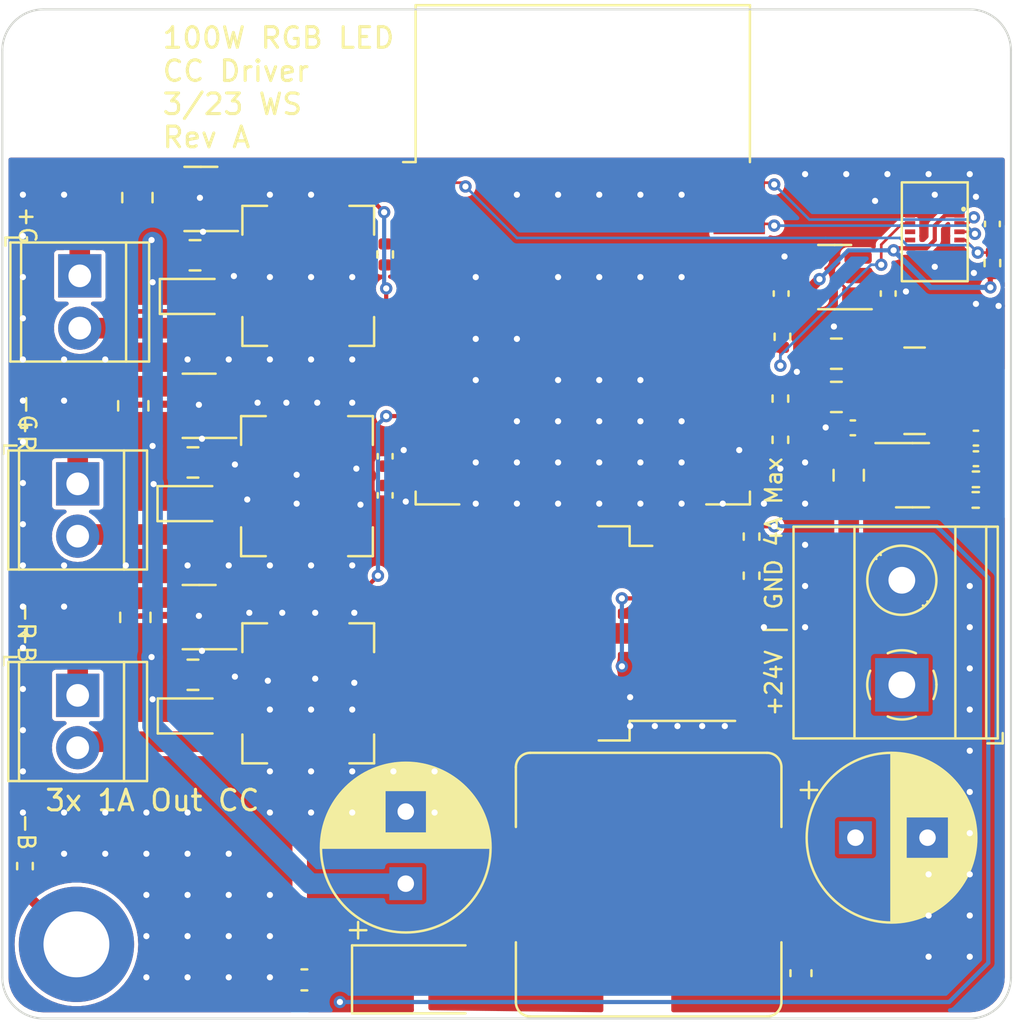
<source format=kicad_pcb>
(kicad_pcb (version 20221018) (generator pcbnew)
  (title_block (date "2023-03-06") (rev "A01"))
  (layers (0 "F.Cu" signal) (31 "B.Cu" signal) (34 "B.Paste" user) (35 "F.Paste" user) (36 "B.SilkS" user "B.Silkscreen") (37 "F.SilkS" user "F.Silkscreen") (38 "B.Mask" user) (39 "F.Mask" user) (44 "Edge.Cuts" user))
  (property "AUTHOR" "Winnie Szeto")
  (property "PROJECT_REVISION" "A01")
  (property "PROJECT_TITLE" "WS Template Project")
  (net 0 "")
  (net 1 "GND")
  (net 2 "+24V")
  (net 3 "Net-(U4-BOOT)")
  (net 4 "Net-(U4-SW)")
  (net 5 "+5V")
  (net 6 "Net-(U4-FB)")
  (net 7 "+36V")
  (net 8 "/ESP-12F/RST")
  (net 9 "+3.3V")
  (net 10 "/CCDriver_1Ch3/LED-")
  (net 11 "/CCDriver_1Ch1/LED-")
  (net 12 "/CCDriver_1Ch2/LED-")
  (net 13 "/ESP-12F/TXD0")
  (net 14 "/ESP-12F/RXD0")
  (net 17 "Net-(U1-SW)")
  (net 18 "Net-(U2-SW)")
  (net 19 "Net-(U3-SW)")
  (net 20 "/CCDriver_1Ch3/LED+")
  (net 21 "/CCDriver_1Ch1/LED+")
  (net 22 "/CCDriver_1Ch2/LED+")
  (net 23 "Net-(U5-FB)")
  (net 24 "Net-(U6-EN)")
  (net 25 "/ESP-12F/GPIO0")
  (net 26 "Net-(U6-GPIO2)")
  (net 27 "Net-(U6-GPIO15)")
  (net 28 "/36VBoost/BOOST_SW")
  (net 29 "/CCDriver_1Ch3/CTRL")
  (net 30 "/CCDriver_1Ch1/CTRL")
  (net 31 "/CCDriver_1Ch2/CTRL")
  (net 38 "Net-(H1-Pad1)")
  (footprint "Resistor_SMD:R_0402_1005Metric" (layer "F.Cu") (at 116.2 60.5 -90)
    (fp_text reference "R16" hide)
    (fp_text value "10K" hide)
  )
  (footprint "RF_Module:ESP-12E" (layer "F.Cu") (at 106.6 51.516)
    (fp_text reference "U6" hide)
    (fp_text value "ESP-12F" hide)
  )
  (footprint "Diode_SMD:D_SMA" (layer "F.Cu") (at 98.9 86.7)
    (fp_text reference "D4" hide)
    (fp_text value "SS54" hide)
  )
  (footprint "Inductor_SMD:L_Bourns_SRP1245A" (layer "F.Cu") (at 109.8 82.1 180)
    (fp_text reference "L5" hide)
    (fp_text value "47uH/5A" hide)
  )
  (footprint "Capacitor_SMD:C_0805_2012Metric" (layer "F.Cu") (at 118.92 58.420001 180)
    (fp_text reference "C8" hide)
    (fp_text value "0805,47uF,6.3V,X5R " hide)
  )
  (footprint "Capacitor_THT:CP_Radial_D8.0mm_P3.50mm" (layer "F.Cu") (at 119.847349 79.820001)
    (fp_text reference "C10" hide)
    (fp_text value "220uF/50V" hide)
  )
  (footprint "Inductor_SMD:L_Bourns-SRN6028" (layer "F.Cu") (at 93.2625 72.81 -90)
    (fp_text reference "L3" hide)
    (fp_text value "33uH/1.45A" hide)
  )
  (footprint "Capacitor_SMD:C_0805_2012Metric" (layer "F.Cu") (at 87.6625 71.91)
    (fp_text reference "C3" hide)
    (fp_text value "0805,10uF,50V,X5R " hide)
  )
  (footprint "MountingHole:MountingHole_3.2mm_M3_DIN965_Pad" (layer "F.Cu") (at 82 85)
    (fp_text reference "H1" hide)
    (fp_text value "MountingHole_Pad" hide)
  )
  (footprint "Diode_SMD:D_SOD-323" (layer "F.Cu") (at 87.55 63.6)
    (fp_text reference "D2" hide)
    (fp_text value "1N5819WS" hide)
  )
  (footprint "Inductor_SMD:L_Bourns-SRN6028" (layer "F.Cu") (at 93.2 62.75 -90)
    (fp_text reference "L2" hide)
    (fp_text value "33uH/1.45A" hide)
  )
  (footprint "Resistor_SMD:R_0402_1005Metric" (layer "F.Cu") (at 116.2 58.5 90)
    (fp_text reference "R15" hide)
    (fp_text value "10K" hide)
  )
  (footprint "Resistor_SMD:R_0402_1005Metric" (layer "F.Cu") (at 125.690001 63.420001)
    (fp_text reference "R5" hide)
    (fp_text value "0402,15k" hide)
  )
  (footprint "Capacitor_THT:CP_Radial_D8.0mm_P3.50mm" (layer "F.Cu") (at 98 82.052651 90)
    (fp_text reference "C13" hide)
    (fp_text value "220uF/50V" hide)
  )
  (footprint "Package_TO_SOT_SMD:SOT-23-6" (layer "F.Cu") (at 122.62 62.220001)
    (fp_text reference "U4" hide)
    (fp_text value "TPS54202DDC" hide)
  )
  (footprint "WS_LCSC_Connectors:YXT-BB10-10S-02" (layer "F.Cu") (at 123.7 50.4 -90)
    (fp_text reference "J1" hide)
    (fp_text value "BB10-10S-02" hide)
  )
  (footprint "Package_TO_SOT_SMD:TSOT-23-5" (layer "F.Cu") (at 87.9625 69.11 180)
    (fp_text reference "U3" hide)
    (fp_text value "AL8860WT-7" hide)
  )
  (footprint "Resistor_SMD:R_0402_1005Metric" (layer "F.Cu") (at 114.8 65.2 -90)
    (fp_text reference "R8" hide)
    (fp_text value "0402,56k" hide)
  )
  (footprint "TerminalBlock_TE-Connectivity:TerminalBlock_TE_282834-2_1x02_P2.54mm_Horizontal" (layer "F.Cu") (at 82.0625 72.91 -90)
    (fp_text reference "J4" hide)
    (fp_text value "Screw_Terminal_01x02" hide)
  )
  (footprint "Resistor_SMD:R_0402_1005Metric" (layer "F.Cu") (at 125.7 62.420001 180)
    (fp_text reference "R4" hide)
    (fp_text value "0402,100k" hide)
  )
  (footprint "TerminalBlock_Phoenix:TerminalBlock_Phoenix_MKDS-1,5-2-5.08_1x02_P5.08mm_Horizontal" (layer "F.Cu") (at 122.1 72.4 90)
    (fp_text reference "J2" hide)
    (fp_text value "Screw_Terminal_01x02" hide)
  )
  (footprint "Capacitor_SMD:C_0805_2012Metric" (layer "F.Cu") (at 87.6625 61.6)
    (fp_text reference "C2" hide)
    (fp_text value "0805,10uF,50V,X5R " hide)
  )
  (footprint "Capacitor_SMD:C_0805_2012Metric" (layer "F.Cu") (at 87.7625 51.54)
    (fp_text reference "C1" hide)
    (fp_text value "0805,10uF,50V,X5R " hide)
  )
  (footprint "Inductor_SMD:L_Wuerth_MAPI-4030" (layer "F.Cu") (at 122.720001 58.120001 180)
    (fp_text reference "L4" hide)
    (fp_text value "4.7uH/2A" hide)
  )
  (footprint "Capacitor_SMD:C_0402_1005Metric" (layer "F.Cu") (at 125.7 60.420001)
    (fp_text reference "C5" hide)
    (fp_text value "0402,100nF,16V,X7R " hide)
  )
  (footprint "Resistor_SMD:R_0402_1005Metric" (layer "F.Cu") (at 79.5 81.2 90)
    (fp_text reference "R6" hide)
    (fp_text value "0402,0" hide)
  )
  (footprint "Capacitor_SMD:C_0402_1005Metric" (layer "F.Cu") (at 126.5 50.02 90)
    (fp_text reference "C14" hide)
    (fp_text value "100nF" hide)
  )
  (footprint "Resistor_SMD:R_0402_1005Metric" (layer "F.Cu") (at 114.8 67.1 -90)
    (fp_text reference "R9" hide)
    (fp_text value "0402,2k" hide)
  )
  (footprint "Package_TO_SOT_SMD:SOT-23-5" (layer "F.Cu") (at 118.8375 52.6 180)
    (fp_text reference "U7" hide)
    (fp_text value "XC6210B332MR" hide)
  )
  (footprint "Capacitor_SMD:C_0603_1608Metric" (layer "F.Cu") (at 93.075 86.725 180)
    (fp_text reference "C12" hide)
    (fp_text value "0603,100nF,50V,X7R " hide)
  )
  (footprint "Capacitor_SMD:C_0402_1005Metric" (layer "F.Cu") (at 97 63.2 -90)
    (fp_text reference "C17" hide)
    (fp_text value "10nF" hide)
  )
  (footprint "Resistor_SMD:R_0805_2012Metric" (layer "F.Cu") (at 84.7625 58.85 -90)
    (fp_text reference "R2" hide)
    (fp_text value "0.1R/0.25W" hide)
  )
  (footprint "Capacitor_SMD:C_0805_2012Metric" (layer "F.Cu") (at 118.92 56.320001 180)
    (fp_text reference "C7" hide)
    (fp_text value "0805,47uF,6.3V,X5R " hide)
  )
  (footprint "Resistor_SMD:R_0402_1005Metric" (layer "F.Cu") (at 97 51.5 90)
    (fp_text reference "R13" hide)
    (fp_text value "10K" hide)
  )
  (footprint "TerminalBlock_TE-Connectivity:TerminalBlock_TE_282834-2_1x02_P2.54mm_Horizontal" (layer "F.Cu") (at 82.0625 62.64 -90)
    (fp_text reference "J3" hide)
    (fp_text value "Screw_Terminal_01x02" hide)
  )
  (footprint "MountingHole:MountingHole_3.2mm_M3" (layer "F.Cu") (at 82 43.2)
    (fp_text reference "H2" hide)
    (fp_text value "MountingHole" hide)
  )
  (footprint "Resistor_SMD:R_0402_1005Metric" (layer "F.Cu") (at 116.3 55.5 -90)
    (fp_text reference "R14" hide)
    (fp_text value "10K" hide)
  )
  (footprint "Resistor_SMD:R_0805_2012Metric" (layer "F.Cu") (at 84.8625 69.1225 -90)
    (fp_text reference "R3" hide)
    (fp_text value "0.1R/0.25W" hide)
  )
  (footprint "Diode_SMD:D_SOD-323" (layer "F.Cu") (at 87.5625 73.91)
    (fp_text reference "D3" hide)
    (fp_text value "1N5819WS" hide)
  )
  (footprint "Inductor_SMD:L_Bourns-SRN6028" (layer "F.Cu") (at 93.2625 52.54 -90)
    (fp_text reference "L1" hide)
    (fp_text value "33uH/1.45A" hide)
  )
  (footprint "Package_TO_SOT_SMD:TO-263-5_TabPin3" (layer "F.Cu") (at 104.05 69.9 180)
    (fp_text reference "U5" hide)
    (fp_text value "XL6019" hide)
  )
  (footprint "Package_TO_SOT_SMD:TSOT-23-5" (layer "F.Cu") (at 88.0475 48.805 180)
    (fp_text reference "U1" hide)
    (fp_text value "AL8860WT-7" hide)
  )
  (footprint "TerminalBlock_TE-Connectivity:TerminalBlock_TE_282834-2_1x02_P2.54mm_Horizontal" (layer "F.Cu") (at 82.1625 52.54 -90)
    (fp_text reference "J5" hide)
    (fp_text value "Screw_Terminal_01x02" hide)
  )
  (footprint "Capacitor_SMD:C_0402_1005Metric" (layer "F.Cu") (at 119.72 59.920001 180)
    (fp_text reference "C9" hide)
    (fp_text value "0402,330pF,50V,C0G " hide)
  )
  (footprint "Capacitor_SMD:C_0603_1608Metric" (layer "F.Cu") (at 117.2 86.4 -90)
    (fp_text reference "C11" hide)
    (fp_text value "0603,100nF,50V,X7R " hide)
  )
  (footprint "Capacitor_SMD:C_0402_1005Metric" (layer "F.Cu") (at 125.7 61.420001 180)
    (fp_text reference "C6" hide)
    (fp_text value "0402,100pF,50V,C0G " hide)
  )
  (footprint "Capacitor_SMD:C_0402_1005Metric" (layer "F.Cu") (at 121.4375 53.4 90)
    (fp_text reference "C15" hide)
    (fp_text value "10uF" hide)
  )
  (footprint "Capacitor_SMD:C_0402_1005Metric" (layer "F.Cu") (at 97 61.3 90)
    (fp_text reference "C18" hide)
    (fp_text value "100nF" hide)
  )
  (footprint "Package_TO_SOT_SMD:TSOT-23-5" (layer "F.Cu") (at 87.9625 58.85 180)
    (fp_text reference "U2" hide)
    (fp_text value "AL8860WT-7" hide)
  )
  (footprint "Capacitor_SMD:C_0402_1005Metric" (layer "F.Cu") (at 116.2375 53.4 90)
    (fp_text reference "C16" hide)
    (fp_text value "10uF" hide)
  )
  (footprint "Capacitor_SMD:C_0805_2012Metric" (layer "F.Cu") (at 119.52 62.220001 90)
    (fp_text reference "C4" hide)
    (fp_text value "0805,10uF,50V,X5R " hide)
  )
  (footprint "Resistor_SMD:R_0402_1005Metric" (layer "F.Cu") (at 126.5 51.92 -90)
    (fp_text reference "R12" hide)
    (fp_text value "10K" hide)
  )
  (footprint "Resistor_SMD:R_0805_2012Metric" (layer "F.Cu") (at 84.9625 48.74 -90)
    (fp_text reference "R1" hide)
    (fp_text value "0.1R/0.25W" hide)
  )
  (footprint "MountingHole:MountingHole_3.2mm_M3" (layer "F.Cu") (at 123.8 43.2)
    (fp_text reference "H3" hide)
    (fp_text value "MountingHole" hide)
  )
  (footprint "Diode_SMD:D_SOD-323" (layer "F.Cu") (at 87.6625 53.54)
    (fp_text reference "D1" hide)
    (fp_text value "1N5819WS" hide)
  )
  (gr_line (start 127.4 86.6) (end 127.4 41.6) (stroke (width 0.1)) (layer "Edge.Cuts"))
  (gr_arc (start 78.4 41.6) (mid 78.985786 40.185786) (end 80.4 39.6) (stroke (width 0.1)) (layer "Edge.Cuts"))
  (gr_line (start 125.4 39.6) (end 80.4 39.6) (stroke (width 0.1)) (layer "Edge.Cuts"))
  (gr_arc (start 127.4 86.6) (mid 126.814213 88.014215) (end 125.399998 88.600001) (stroke (width 0.1)) (layer "Edge.Cuts"))
  (gr_arc (start 80.4 88.6) (mid 78.985786 88.014214) (end 78.4 86.6) (stroke (width 0.1)) (layer "Edge.Cuts"))
  (gr_arc (start 125.4 39.6) (mid 126.814214 40.185786) (end 127.4 41.6) (stroke (width 0.1)) (layer "Edge.Cuts"))
  (gr_line (start 80.4 88.6) (end 125.4 88.6) (stroke (width 0.1)) (layer "Edge.Cuts"))
  (gr_line (start 78.4 41.6) (end 78.4 86.6) (stroke (width 0.1)) (layer "Edge.Cuts"))
  (gr_text "100W RGB LED \nCC Driver\n3/23 WS\nRev A\n" (at 86.1 46.4) (layer "F.SilkS") (effects (font (size 1 1)) (justify left bottom)))
  (gr_text "+G            -G" (at 79.15 49.1 270) (layer "F.SilkS") (effects (font (size 0.8 0.8) (thickness 0.12)) (justify left bottom)))
  (gr_text "+24V | GND 4A Max" (at 116.35 74 90) (layer "F.SilkS") (effects (font (size 0.8 0.8) (thickness 0.12)) (justify left bottom)))
  (gr_text "+R            -R" (at 79.1 59.2 270) (layer "F.SilkS") (effects (font (size 0.8 0.8) (thickness 0.12)) (justify left bottom)))
  (gr_text "+B            -B" (at 79.1 69.45 270) (layer "F.SilkS") (effects (font (size 0.8 0.8) (thickness 0.12)) (justify left bottom)))
  (gr_text "3x 1A Out CC" (at 80.4 78.6) (layer "F.SilkS") (effects (font (size 1 1)) (justify left bottom)))
  (segment (start 126.904001 57.445497) (end 122.758504 53.3) (width 0.127) (layer "F.Cu") (net 1))
  (segment (start 126.200001 63.420001) (end 126.904001 62.716001) (width 0.127) (layer "F.Cu") (net 1))
  (segment (start 122.758504 53.3) (end 122.3 53.3) (width 0.127) (layer "F.Cu") (net 1))
  (segment (start 126.904001 62.716001) (end 126.904001 57.445497) (width 0.127) (layer "F.Cu") (net 1))
  (via (at 125.4 83.6) (size 0.6) (drill 0.3) (layers "F.Cu" "B.Cu") (net 1))
  (via (at 85.4 78.6) (size 0.6) (drill 0.3) (layers "F.Cu" "B.Cu") (net 1))
  (via (at 93.4 52.6) (size 0.6) (drill 0.3) (layers "F.Cu" "B.Cu") (net 1))
  (via (at 83.4 80.6) (size 0.6) (drill 0.3) (layers "F.Cu" "B.Cu") (net 1))
  (via (at 126.8 54) (size 0.6) (drill 0.3) (layers "F.Cu" "B.Cu") (net 1))
  (via (at 117.4 65.6) (size 0.6) (drill 0.3) (layers "F.Cu" "B.Cu") (net 1))
  (via (at 79.4 54.6) (size 0.6) (drill 0.3) (layers "F.Cu" "B.Cu") (net 1))
  (via (at 109.4 48.6) (size 0.6) (drill 0.3) (layers "F.Cu" "B.Cu") (net 1))
  (via (at 87.4 56.6) (size 0.6) (drill 0.3) (layers "F.Cu" "B.Cu") (net 1))
  (via (at 87.4 84.6) (size 0.6) (drill 0.3) (layers "F.Cu" "B.Cu") (net 1))
  (via (at 123.4 47.6) (size 0.6) (drill 0.3) (layers "F.Cu" "B.Cu") (net 1))
  (via (at 109.4 57.6) (size 0.6) (drill 0.3) (layers "F.Cu" "B.Cu") (net 1))
  (via (at 95.4 76.6) (size 0.6) (drill 0.3) (layers "F.Cu" "B.Cu") (net 1))
  (via (at 103.4 59.6) (size 0.6) (drill 0.3) (layers "F.Cu" "B.Cu") (net 1))
  (via (at 125.4 77.6) (size 0.6) (drill 0.3) (layers "F.Cu" "B.Cu") (net 1))
  (via (at 115.4 63.6) (size 0.6) (drill 0.3) (layers "F.Cu" "B.Cu") (net 1))
  (via (at 125.7 53.9) (size 0.6) (drill 0.3) (layers "F.Cu" "B.Cu") (net 1))
  (via (at 125.4 67.6) (size 0.6) (drill 0.3) (layers "F.Cu" "B.Cu") (net 1))
  (via (at 125.4 73.6) (size 0.6) (drill 0.3) (layers "F.Cu" "B.Cu") (net 1))
  (via (at 92.7 62.2) (size 0.6) (drill 0.3) (layers "F.Cu" "B.Cu") (net 1))
  (via (at 118.8 55) (size 0.6) (drill 0.3) (layers "F.Cu" "B.Cu") (net 1))
  (via (at 91.4 84.6) (size 0.6) (drill 0.3) (layers "F.Cu" "B.Cu") (net 1))
  (via (at 107.4 48.6) (size 0.6) (drill 0.3) (layers "F.Cu" "B.Cu") (net 1))
  (via (at 103.4 61.6) (size 0.6) (drill 0.3) (layers "F.Cu" "B.Cu") (net 1))
  (via (at 87.4 66.6) (size 0.6) (drill 0.3) (layers "F.Cu" "B.Cu") (net 1))
  (via (at 85.4 82.6) (size 0.6) (drill 0.3) (layers "F.Cu" "B.Cu") (net 1))
  (via (at 111.4 59.6) (size 0.6) (drill 0.3) (layers "F.Cu" "B.Cu") (net 1))
  (via (at 109.4 59.6) (size 0.6) (drill 0.3) (layers "F.Cu" "B.Cu") (net 1))
  (via (at 115.4 69.6) (size 0.6) (drill 0.3) (layers "F.Cu" "B.Cu") (net 1))
  (via (at 89.4 84.6) (size 0.6) (drill 0.3) (layers "F.Cu" "B.Cu") (net 1))
  (via (at 123.4 81.6) (size 0.6) (drill 0.3) (layers "F.Cu" "B.Cu") (net 1))
  (via (at 81.4 66.6) (size 0.6) (drill 0.3) (layers "F.Cu" "B.Cu") (net 1))
  (via (at 97.9 61) (size 0.6) (drill 0.3) (layers "F.Cu" "B.Cu") (net 1))
  (via (at 105.4 63.6) (size 0.6) (drill 0.3) (layers "F.Cu" "B.Cu") (net 1))
  (via (at 89.4 80.6) (size 0.6) (drill 0.3) (layers "F.Cu" "B.Cu") (net 1))
  (via (at 109.4 61.6) (size 0.6) (drill 0.3) (layers "F.Cu" "B.Cu") (net 1))
  (via (at 81.4 48.6) (size 0.6) (drill 0.3) (layers "F.Cu" "B.Cu") (net 1))
  (via (at 95.6 61.9) (size 0.6) (drill 0.3) (layers "F.Cu" "B.Cu") (net 1))
  (via (at 105.4 52.6) (size 0.6) (drill 0.3) (layers "F.Cu" "B.Cu") (net 1))
  (via (at 87.4 82.6) (size 0.6) (drill 0.3) (layers "F.Cu" "B.Cu") (net 1))
  (via (at 79.4 78.6) (size 0.6) (drill 0.3) (layers "F.Cu" "B.Cu") (net 1))
  (via (at 101.4 61.6) (size 0.6) (drill 0.3) (layers "F.Cu" "B.Cu") (net 1))
  (via (at 117 57.2) (size 0.6) (drill 0.3) (layers "F.Cu" "B.Cu") (net 1))
  (via (at 79.4 76.6) (size 0.6) (drill 0.3) (layers "F.Cu" "B.Cu") (net 1))
  (via (at 114.2 61) (size 0.6) (drill 0.3) (layers "F.Cu" "B.Cu") (net 1))
  (via (at 122.3 53.3) (size 0.6) (drill 0.3) (layers "F.Cu" "B.Cu") (net 1))
  (via (at 107.4 59.6) (size 0.6) (drill 0.3) (layers "F.Cu" "B.Cu") (net 1))
  (via (at 125.4 71.6) (size 0.6) (drill 0.3) (layers "F.Cu" "B.Cu") (net 1))
  (via (at 89.7 72) (size 0.6) (drill 0.3) (layers "F.Cu" "B.Cu") (net 1))
  (via (at 79.4 52.6) (size 0.6) (drill 0.3) (layers "F.Cu" "B.Cu") (net 1))
  (via (at 116.2 61.9) (size 0.6) (drill 0.3) (layers "F.Cu" "B.Cu") (net 1))
  (via (at 90.8 58.7) (size 0.6) (drill 0.3) (layers "F.Cu" "B.Cu") (net 1))
  (via (at 87.95 58.8) (size 0.6) (drill 0.3) (layers "F.Cu" "B.Cu") (net 1))
  (via (at 87.95 69.05) (size 0.6) (drill 0.3) (layers "F.Cu" "B.Cu") (net 1))
  (via (at 110.1 74.4) (size 0.6) (drill 0.3) (layers "F.Cu" "B.Cu") (net 1))
  (via (at 105.4 61.6) (size 0.6) (drill 0.3) (layers "F.Cu" "B.Cu") (net 1))
  (via (at 79.4 60.6) (size 0.6) (drill 0.3) (layers "F.Cu" "B.Cu") (net 1))
  (via (at 93.4 48.6) (size 0.6) (drill 0.3) (layers "F.Cu" "B.Cu") (net 1))
  (via (at 123.4 83.6) (size 0.6) (drill 0.3) (layers "F.Cu" "B.Cu") (net 1))
  (via (at 81.4 80.6) (size 0.6) (drill 0.3) (layers "F.Cu" "B.Cu") (net 1))
  (via (at 93.4 66.6) (size 0.6) (drill 0.3) (layers "F.Cu" "B.Cu") (net 1))
  (via (at 91.4 52.6) (size 0.6) (drill 0.3) (layers "F.Cu" "B.Cu") (net 1))
  (via (at 108.9 74.4) (size 0.6) (drill 0.3) (layers "F.Cu" "B.Cu") (net 1))
  (via (at 90.3 63.4) (size 0.6) (drill 0.3) (layers "F.Cu" "B.Cu") (net 1))
  (via (at 79.4 56.6) (size 0.6) (drill 0.3) (layers "F.Cu" "B.Cu") (net 1))
  (via (at 113.4 63.6) (size 0.6) (drill 0.3) (layers "F.Cu" "B.Cu") (net 1))
  (via (at 99.4 78.6) (size 0.6) (drill 0.3) (layers "F.Cu" "B.Cu") (net 1))
  (via (at 111.4 61.6) (size 0.6) (drill 0.3) (layers "F.Cu" "B.Cu") (net 1))
  (via (at 79.4 68.6) (size 0.6) (drill 0.3) (layers "F.Cu" "B.Cu") (net 1))
  (via (at 125.4 79.6) (size 0.6) (drill 0.3) (layers "F.Cu" "B.Cu") (net 1))
  (via (at 91.4 66.6) (size 0.6) (drill 0.3) (layers "F.Cu" "B.Cu") (net 1))
  (via (at 91.3 72.2) (size 0.6) (drill 0.3) (layers "F.Cu" "B.Cu") (net 1))
  (via (at 107.4 57.6) (size 0.6) (drill 0.3) (layers "F.Cu" "B.Cu") (net 1))
  (via (at 87.4 78.6) (size 0.6) (drill 0.3) (layers "F.Cu" "B.Cu") (net 1))
  (via (at 95.4 78.6) (size 0.6) (drill 0.3) (layers "F.Cu" "B.Cu") (net 1))
  (via (at 125.4 69.6) (size 0.6) (drill 0.3) (layers "F.Cu" "B.Cu") (net 1))
  (via (at 95.8 63.65) (size 0.6) (drill 0.3) (layers "F.Cu" "B.Cu") (net 1))
  (via (at 112.4 74.4) (size 0.6) (drill 0.3) (layers "F.Cu" "B.Cu") (net 1))
  (via (at 79.4 58.6) (size 0.6) (drill 0.3) (layers "F.Cu" "B.Cu") (net 1))
  (via (at 120.8 48.9) (size 0.6) (drill 0.3) (layers "F.Cu" "B.Cu") (net 1))
  (via (at 79.4 70.6) (size 0.6) (drill 0.3) (layers "F.Cu" "B.Cu") (net 1))
  (via (at 91.4 86.6) (size 0.6) (drill 0.3) (layers "F.Cu" "B.Cu") (net 1))
  (via (at 95.5 68.9) (size 0.6) (drill 0.3) (layers "F.Cu" "B.Cu") (net 1))
  (via (at 79.4 62.6) (size 0.6) (drill 0.3) (layers "F.Cu" "B.Cu") (net 1))
  (via (at 83.4 78.6) (size 0.6) (drill 0.3) (layers "F.Cu" "B.Cu") (net 1))
  (via (at 107.4 61.6) (size 0.6) (drill 0.3) (layers "F.Cu" "B.Cu") (net 1))
  (via (at 89.65 52.55) (size 0.6) (drill 0.3) (layers "F.Cu" "B.Cu") (net 1))
  (via (at 89.4 56.6) (size 0.6) (drill 0.3) (layers "F.Cu" "B.Cu") (net 1))
  (via (at 109.4 63.6) (size 0.6) (drill 0.3) (layers "F.Cu" "B.Cu") (net 1))
  (via (at 79.4 64.6) (size 0.6) (drill 0.3) (layers "F.Cu" "B.Cu") (net 1))
  (via (at 79.4 48.6) (size 0.6) (drill 0.3) (layers "F.Cu" "B.Cu") (net 1))
  (via (at 98 63.5) (size 0.6) (drill 0.3) (layers "F.Cu" "B.Cu") (net 1))
  (via (at 111.4 52.6) (size 0.6) (drill 0.3) (layers "F.Cu" "B.Cu") (net 1))
  (via (at 101.4 63.6) (size 0.6) (drill 0.3) (layers "F.Cu" "B.Cu") (net 1))
  (via (at 93.6 72.1) (size 0.6) (drill 0.3) (layers "F.Cu" "B.Cu") (net 1))
  (via (at 125.6 52.4) (size 0.6) (drill 0.3) (layers "F.Cu" "B.Cu") (net 1))
  (via (at 109.4 52.6) (size 0.6) (drill 0.3) (layers "F.Cu" "B.Cu") (net 1))
  (via (at 103.4 48.6) (size 0.6) (drill 0.3) (layers "F.Cu" "B.Cu") (net 1))
  (via (at 117.4 63.6) (size 0.6) (drill 0.3) (layers "F.Cu" "B.Cu") (net 1))
  (via (at 93.7 58.7) (size 0.6) (drill 0.3) (layers "F.Cu" "B.Cu") (net 1))
  (via (at 105.4 48.6) (size 0.6) (drill 0.3) (layers "F.Cu" "B.Cu") (net 1))
  (via (at 117.4 67.6) (size 0.6) (drill 0.3) (layers "F.Cu" "B.Cu") (net 1))
  (via (at 81.4 58.6) (size 0.6) (drill 0.3) (layers "F.Cu" "B.Cu") (net 1))
  (via (at 91.4 82.6) (size 0.6) (drill 0.3) (layers "F.Cu" "B.Cu") (net 1))
  (via (at 88.15 50.4) (size 0.6) (drill 0.3) (layers "F.Cu" "B.Cu") (net 1))
  (via (at 117.4 69.6) (size 0.6) (drill 0.3) (layers "F.Cu" "B.Cu") (net 1))
  (via (at 91.4 76.6) (size 0.6) (drill 0.3) (layers "F.Cu" "B.Cu") (net 1))
  (via (at 92 68.9) (size 0.6) (drill 0.3) (layers "F.Cu" "B.Cu") (net 1))
  (via (at 81.4 78.6) (size 0.6) (drill 0.3) (layers "F.Cu" "B.Cu") (net 1))
  (via (at 107.4 52.6) (size 0.6) (drill 0.3) (layers "F.Cu" "B.Cu") (net 1))
  (via (at 91.4 56.6) (size 0.6) (drill 0.3) (layers "F.Cu" "B.Cu") (net 1))
  (via (at 93.4 78.6) (size 0.6) (drill 0.3) (layers "F.Cu" "B.Cu") (net 1))
  (via (at 89.4 82.6) (size 0.6) (drill 0.3) (layers "F.Cu" "B.Cu") (net 1))
  (via (at 125.4 75.6) (size 0.6) (drill 0.3) (layers "F.Cu" "B.Cu") (net 1))
  (via (at 89.4 86.6) (size 0.6) (drill 0.3) (layers "F.Cu" "B.Cu") (net 1))
  (via (at 125.4 81.6) (size 0.6) (drill 0.3) (layers "F.Cu" "B.Cu") (net 1))
  (via (at 91.4 48.6) (size 0.6) (drill 0.3) (layers "F.Cu" "B.Cu") (net 1))
  (via (at 79.4 74.6) (size 0.6) (drill 0.3) (layers "F.Cu" "B.Cu") (net 1))
  (via (at 103.4 63.6) (size 0.6) (drill 0.3) (layers "F.Cu" "B.Cu") (net 1))
  (via (at 111.4 48.6) (size 0.6) (drill 0.3) (layers "F.Cu" "B.Cu") (net 1))
  (via (at 79.4 66.6) (size 0.6) (drill 0.3) (layers "F.Cu" "B.Cu") (net 1))
  (via (at 123.7 52.1) (size 0.6) (drill 0.3) (layers "F.Cu" "B.Cu") (net 1))
  (via (at 117.4 47.6) (size 0.6) (drill 0.3) (layers "F.Cu" "B.Cu") (net 1))
  (via (at 79.4 72.6) (size 0.6) (drill 0.3) (layers "F.Cu" "B.Cu") (net 1))
  (via (at 81.4 68.6) (size 0.6) (drill 0.3) (layers "F.Cu" "B.Cu") (net 1))
  (via (at 118.4 59.9) (size 0.6) (drill 0.3) (layers "F.Cu" "B.Cu") (net 1))
  (via (at 95.4 73.6) (size 0.6) (drill 0.3) (layers "F.Cu" "B.Cu") (net 1))
  (via (at 101.4 52.6) (size 0.6) (drill 0.3) (layers "F.Cu" "B.Cu") (net 1))
  (via (at 125.7 48.7) (size 0.6) (drill 0.3) (layers "F.Cu" "B.Cu") (net 1))
  (via (at 119.4 47.6) (size 0.6) (drill 0.3) (layers "F.Cu" "B.Cu") (net 1))
  (via (at 107.4 63.6) (size 0.6) (drill 0.3) (layers "F.Cu" "B.Cu") (net 1))
  (via (at 95.4 58.7) (size 0.6) (drill 0.3) (layers "F.Cu" "B.Cu") (net 1))
  (via (at 93.4 56.6) (size 0.6) (drill 0.3) (layers "F.Cu" "B.Cu") (net 1))
  (via (at 89.4 66.6) (size 0.6) (drill 0.3) (layers "F.Cu" "B.Cu") (net 1))
  (via (at 125.4 85.6) (size 0.6) (drill 0.3) (layers "F.Cu" "B.Cu") (net 1))
  (via (at 93.4 76.6) (size 0.6) (drill 0.3) (layers "F.Cu" "B.Cu") (net 1))
  (via (at 97.4 76.6) (size 0.6) (drill 0.3) (layers "F.Cu" "B.Cu") (net 1))
  (via (at 99.4 76.6) (size 0.6) (drill 0.3) (layers "F.Cu" "B.Cu") (net 1))
  (via (at 91.4 73.6) (size 0.6) (drill 0.3) (layers "F.Cu" "B.Cu") (net 1))
  (via (at 81.4 56.6) (size 0.6) (drill 0.3) (layers "F.Cu" "B.Cu") (net 1))
  (via (at 85.4 84.6) (size 0.6) (drill 0.3) (layers "F.Cu" "B.Cu") (net 1))
  (via (at 84.4 66.6) (size 0.6) (drill 0.3) (layers "F.Cu" "B.Cu") (net 1))
  (via (at 93.6 68.9) (size 0.6) (drill 0.3) (layers "F.Cu" "B.Cu") (net 1))
  (via (at 117.4 61.6) (size 0.6) (drill 0.3) (layers "F.Cu" "B.Cu") (net 1))
  (via (at 91.4 78.6) (size 0.6) (drill 0.3) (layers "F.Cu" "B.Cu") (net 1))
  (via (at 89.7 61.7) (size 0.6) (drill 0.3) (layers "F.Cu" "B.Cu") (net 1))
  (via (at 111.2 74.4) (size 0.6) (drill 0.3) (layers "F.Cu" "B.Cu") (net 1))
  (via (at 85.4 80.6) (size 0.6) (drill 0.3) (layers "F.Cu" "B.Cu") (net 1))
  (via (at 113.5 74.4) (size 0.6) (drill 0.3) (layers "F.Cu" "B.Cu") (net 1))
  (via (at 92.7 63.6) (size 0.6) (drill 0.3) (layers "F.Cu" "B.Cu") (net 1))
  (via (at 105.4 59.6) (size 0.6) (drill 0.3) (layers "F.Cu" "B.Cu") (net 1))
  (via (at 87.4 86.6) (size 0.6) (drill 0.3) (layers "F.Cu" "B.Cu") (net 1))
  (via (at 123.7 48.6) (size 0.6) (drill 0.3) (layers "F.Cu" "B.Cu") (net 1))
  (via (at 101.4 55.6) (size 0.6) (drill 0.3) (layers "F.Cu" "B.Cu") (net 1))
  (via (at 125.4 47.6) (size 0.6) (drill 0.3) (layers "F.Cu" "B.Cu") (net 1))
  (via (at 87.4 80.6) (size 0.6) (drill 0.3) (layers "F.Cu" "B.Cu") (net 1))
  (via (at 95.4 56.6) (size 0.6) (drill 0.3) (layers "F.Cu" "B.Cu") (net 1))
  (via (at 105.4 57.6) (size 0.6) (drill 0.3) (layers "F.Cu" "B.Cu") (net 1))
  (via (at 90.4 68.9) (size 0.6) (drill 0.3) (layers "F.Cu" "B.Cu") (net 1))
  (via (at 101.4 57.6) (size 0.6) (drill 0.3) (layers "F.Cu" "B.Cu") (net 1))
  (via (at 121.4 47.6) (size 0.6) (drill 0.3) (layers "F.Cu" "B.Cu") (net 1))
  (via (at 88.1 60.45) (size 0.6) (drill 0.3) (layers "F.Cu" "B.Cu") (net 1))
  (via (at 108.9 73) (size 0.6) (drill 0.3) (layers "F.Cu" "B.Cu") (net 1))
  (via (at 79.4 50.6) (size 0.6) (drill 0.3) (layers "F.Cu" "B.Cu") (net 1))
  (via (at 116.4 51.6) (size 0.6) (drill 0.3) (layers "F.Cu" "B.Cu") (net 1))
  (via (at 123.4 85.6) (size 0.6) (drill 0.3) (layers "F.Cu" "B.Cu") (net 1))
  (via (at 92.2 58.7) (size 0.6) (drill 0.3) (layers "F.Cu" "B.Cu") (net 1))
  (via (at 83.4 56.6) (size 0.6) (drill 0.3) (layers "F.Cu" "B.Cu") (net 1))
  (via (at 93.4 73.6) (size 0.6) (drill 0.3) (layers "F.Cu" "B.Cu") (net 1))
  (via (at 111.4 63.6) (size 0.6) (drill 0.3) (layers "F.Cu" "B.Cu") (net 1))
  (via (at 88.1 70.75) (size 0.6) (drill 0.3) (layers "F.Cu" "B.Cu") (net 1))
  (via (at 103.4 55.6) (size 0.6) (drill 0.3) (layers "F.Cu" "B.Cu") (net 1))
  (via (at 88 48.75) (size 0.6) (drill 0.3) (layers "F.Cu" "B.Cu") (net 1))
  (via (at 95.4 66.6) (size 0.6) (drill 0.3) (layers "F.Cu" "B.Cu") (net 1))
  (via (at 95.4 52.6) (size 0.6) (drill 0.3) (layers "F.Cu" "B.Cu") (net 1))
  (via (at 95.5 72.3) (size 0.6) (drill 0.3) (layers "F.Cu" "B.Cu") (net 1))
  (via (at 85.4 86.6) (size 0.6) (drill 0.3) (layers "F.Cu" "B.Cu") (net 1))
  (segment (start 111.7 68.2) (end 108.5 68.2) (width 0.2032) (layer "F.Cu") (net 2))
  (segment (start 122.1 72.4) (end 119.52 69.82) (width 1) (layer "F.Cu") (net 2))
  (segment (start 119.52 69.82) (end 119.52 63.170001) (width 1) (layer "F.Cu") (net 2))
  (segment (start 121.4825 63.170001) (end 119.52 63.170001) (width 0.5) (layer "F.Cu") (net 2))
  (via (at 108.5 68.2) (size 0.6) (drill 0.3) (layers "F.Cu" "B.Cu") (net 2))
  (via (at 108.5 71.5) (size 0.6) (drill 0.3) (layers "F.Cu" "B.Cu") (net 2))
  (segment (start 108.5 68.2) (end 108.5 71.5) (width 0.2032) (layer "B.Cu") (net 2))
  (segment (start 125.22 60.420001) (end 124.6075 60.420001) (width 0.2032) (layer "F.Cu") (net 3))
  (segment (start 124.6075 60.420001) (end 123.7575 61.270001) (width 0.2032) (layer "F.Cu") (net 3))
  (segment (start 126.18 60.395) (end 123.905001 58.120001) (width 0.2032) (layer "F.Cu") (net 4))
  (segment (start 122.179999 62.220001) (end 122.718 61.682) (width 0.5) (layer "F.Cu") (net 4))
  (segment (start 126.18 60.420001) (end 126.18 60.395) (width 0.2032) (layer "F.Cu") (net 4))
  (segment (start 122.718 61.682) (end 122.718 59.307002) (width 0.5) (layer "F.Cu") (net 4))
  (segment (start 122.718 59.307002) (end 123.905001 58.120001) (width 0.5) (layer "F.Cu") (net 4))
  (segment (start 121.4825 62.220001) (end 122.179999 62.220001) (width 0.5) (layer "F.Cu") (net 4))
  (segment (start 119.122 52.89104) (end 119.78096 53.55) (width 0.127) (layer "F.Cu") (net 5))
  (segment (start 119.122 52.30896) (end 119.122 52.89104) (width 0.127) (layer "F.Cu") (net 5))
  (segment (start 119.975 51.65) (end 119.78096 51.65) (width 0.127) (layer "F.Cu") (net 5))
  (segment (start 126.6505 60.949501) (end 126.6505 57.5505) (width 0.127) (layer "F.Cu") (net 5))
  (segment (start 121.4375 53.88) (end 120.305 53.88) (width 0.5) (layer "F.Cu") (net 5))
  (segment (start 126.18 61.420001) (end 126.6505 60.949501) (width 0.127) (layer "F.Cu") (net 5))
  (segment (start 122.98 53.88) (end 121.4375 53.88) (width 0.127) (layer "F.Cu") (net 5))
  (segment (start 126.21 62.420001) (end 126.21 61.450001) (width 0.127) (layer "F.Cu") (net 5))
  (segment (start 119.78096 53.55) (end 119.975 53.55) (width 0.127) (layer "F.Cu") (net 5))
  (segment (start 119.78096 51.65) (end 119.122 52.30896) (width 0.127) (layer "F.Cu") (net 5))
  (segment (start 120.305 53.88) (end 119.975 53.55) (width 0.5) (layer "F.Cu") (net 5))
  (segment (start 119.77 55.5475) (end 121.4375 53.88) (width 0.5) (layer "F.Cu") (net 5))
  (segment (start 126.6505 57.5505) (end 122.98 53.88) (width 0.127) (layer "F.Cu") (net 5))
  (segment (start 119.87 56.320001) (end 119.87 55.5475) (width 0.5) (layer "F.Cu") (net 5))
  (segment (start 126.21 61.450001) (end 126.18 61.420001) (width 0.127) (layer "F.Cu") (net 5))
  (segment (start 123.7575 63.170001) (end 124.930001 63.170001) (width 0.127) (layer "F.Cu") (net 6))
  (segment (start 124.930001 63.170001) (end 125.180001 63.420001) (width 0.127) (layer "F.Cu") (net 6))
  (segment (start 125.22 63.380002) (end 125.22 61.420001) (width 0.127) (layer "F.Cu") (net 6))
  (segment (start 125.180001 63.420001) (end 125.22 63.380002) (width 0.127) (layer "F.Cu") (net 6))
  (segment (start 114.81 64.7) (end 115.9 64.7) (width 0.2032) (layer "F.Cu") (net 7))
  (segment (start 114.8 64.69) (end 114.81 64.7) (width 0.2032) (layer "F.Cu") (net 7))
  (via (at 85.7 60.8) (size 0.6) (drill 0.3) (layers "F.Cu" "B.Cu") (net 7))
  (via (at 85.7 73.1) (size 0.6) (drill 0.3) (layers "F.Cu" "B.Cu") (net 7))
  (via (at 85.65 50.8) (size 0.6) (drill 0.3) (layers "F.Cu" "B.Cu") (net 7))
  (via (at 85.65 71.05) (size 0.6) (drill 0.3) (layers "F.Cu" "B.Cu") (net 7))
  (via (at 85.7 52.85) (size 0.6) (drill 0.3) (layers "F.Cu" "B.Cu") (net 7))
  (via (at 85.75 62.65) (size 0.6) (drill 0.3) (layers "F.Cu" "B.Cu") (net 7))
  (via (at 94.8 87.8) (size 0.6) (drill 0.3) (layers "F.Cu" "B.Cu") (net 7))
  (via (at 115.9 64.7) (size 0.6) (drill 0.3) (layers "F.Cu" "B.Cu") (net 7))
  (segment (start 85.7 73.1) (end 85.7 71.1) (width 1) (layer "B.Cu") (net 7))
  (segment (start 85.7 62.6) (end 85.7 60.8) (width 1) (layer "B.Cu") (net 7))
  (segment (start 85.65 71.05) (end 85.7 71) (width 1) (layer "B.Cu") (net 7))
  (segment (start 85.7 60.8) (end 85.7 50.9) (width 1) (layer "B.Cu") (net 7))
  (segment (start 126.3 85.9) (end 126.3 67.2) (width 0.2032) (layer "B.Cu") (net 7))
  (segment (start 123.8 64.7) (end 115.9 64.7) (width 0.2032) (layer "B.Cu") (net 7))
  (segment (start 85.7 71.1) (end 85.65 71.05) (width 1) (layer "B.Cu") (net 7))
  (segment (start 94.8 87.8) (end 124.4 87.8) (width 0.2032) (layer "B.Cu") (net 7))
  (segment (start 85.7 74.4) (end 85.7 73.1) (width 1) (layer "B.Cu") (net 7))
  (segment (start 98 82.052651) (end 93.352651 82.052651) (width 1) (layer "B.Cu") (net 7))
  (segment (start 124.4 87.8) (end 126.3 85.9) (width 0.2032) (layer "B.Cu") (net 7))
  (segment (start 93.352651 82.052651) (end 85.7 74.4) (width 1) (layer "B.Cu") (net 7))
  (segment (start 85.75 62.65) (end 85.7 62.6) (width 1) (layer "B.Cu") (net 7))
  (segment (start 85.7 71) (end 85.7 62.7) (width 1) (layer "B.Cu") (net 7))
  (segment (start 85.7 62.7) (end 85.75 62.65) (width 1) (layer "B.Cu") (net 7))
  (segment (start 126.3 67.2) (end 123.8 64.7) (width 0.2032) (layer "B.Cu") (net 7))
  (segment (start 125.1 50.8) (end 125.179488 50.8) (width 0.127) (layer "F.Cu") (net 8))
  (segment (start 99 48.016) (end 100.716 48.016) (width 0.127) (layer "F.Cu") (net 8))
  (segment (start 126.4 51.41) (end 126.4 50.5) (width 0.127) (layer "F.Cu") (net 8))
  (segment (start 100.716 48.016) (end 100.9 48.2) (width 0.127) (layer "F.Cu") (net 8))
  (segment (start 126.4 51.41) (end 125.789488 51.41) (width 0.127) (layer "F.Cu") (net 8))
  (segment (start 125.179488 50.8) (end 125.789488 51.41) (width 0.127) (layer "F.Cu") (net 8))
  (via (at 100.9 48.2) (size 0.6) (drill 0.3) (layers "F.Cu" "B.Cu") (net 8))
  (via (at 125.789488 51.41) (size 0.6) (drill 0.3) (layers "F.Cu" "B.Cu") (net 8))
  (segment (start 100.9 48.2) (end 103.4 50.7) (width 0.127) (layer "B.Cu") (net 8))
  (segment (start 103.4 50.7) (end 118.4 50.7) (width 0.127) (layer "B.Cu") (net 8))
  (segment (start 125.429488 51.05) (end 122.35 51.05) (width 0.127) (layer "B.Cu") (net 8))
  (segment (start 125.789488 51.41) (end 125.429488 51.05) (width 0.127) (layer "B.Cu") (net 8))
  (segment (start 122 50.7) (end 118.4 50.7) (width 0.127) (layer "B.Cu") (net 8))
  (segment (start 122.35 51.05) (end 122 50.7) (width 0.127) (layer "B.Cu") (net 8))
  (segment (start 99 62.016) (end 99.75 62.016) (width 0.5) (layer "F.Cu") (net 9))
  (segment (start 117.7 53.1) (end 118.1 52.7) (width 0.5) (layer "F.Cu") (net 9))
  (segment (start 97 62.72) (end 98.296 62.72) (width 0.5) (layer "F.Cu") (net 9))
  (segment (start 106.183 55.583) (end 106.776 54.99) (width 0.5) (layer "F.Cu") (net 9))
  (segment (start 122.5 51.2) (end 123.3 51.2) (width 0.2032) (layer "F.Cu") (net 9))
  (segment (start 123.7 50.1) (end 124.2 49.6) (width 0.2032) (layer "F.Cu") (net 9))
  (segment (start 124.2 49.6) (end 124.9 49.6) (width 0.2032) (layer "F.Cu") (net 9))
  (segment (start 101.59 50.99) (end 106.183 55.583) (width 0.25) (layer "F.Cu") (net 9))
  (segment (start 117.7 53.55) (end 117.7 53.1) (width 0.5) (layer "F.Cu") (net 9))
  (segment (start 110.686 56.633) (end 105.133 56.633) (width 0.127) (layer "F.Cu") (net 9))
  (segment (start 117.37 53.88) (end 116.2375 53.88) (width 0.5) (layer "F.Cu") (net 9))
  (segment (start 123.3 51.2) (end 123.7 50.8) (width 0.2032) (layer "F.Cu") (net 9))
  (segment (start 106.776 54.99) (end 116.3 54.99) (width 0.5) (layer "F.Cu") (net 9))
  (segment (start 121.8 51.2) (end 121.7 51.3) (width 0.2032) (layer "F.Cu") (net 9))
  (segment (start 117.7 53.55) (end 117.37 53.88) (width 0.5) (layer "F.Cu") (net 9))
  (segment (start 97 61.78) (end 98.764 61.78) (width 0.5) (layer "F.Cu") (net 9))
  (segment (start 99.75 62.016) (end 105.133 56.633) (width 0.5) (layer "F.Cu") (net 9))
  (segment (start 97 50.99) (end 101.59 50.99) (width 0.25) (layer "F.Cu") (net 9))
  (segment (start 122.5 51.2) (end 121.8 51.2) (width 0.2032) (layer "F.Cu") (net 9))
  (segment (start 126.4 52.43) (end 126.4 53.1) (width 0.25) (layer "F.Cu") (net 9))
  (segment (start 123.7 50.8) (end 123.7 50.1) (width 0.2032) (layer "F.Cu") (net 9))
  (segment (start 116.2 59.01) (end 113.063 59.01) (width 0.127) (layer "F.Cu") (net 9))
  (segment (start 105.133 56.633) (end 106.183 55.583) (width 0.5) (layer "F.Cu") (net 9))
  (segment (start 116.2375 53.88) (end 116.2375 54.9525) (width 0.5) (layer "F.Cu") (net 9))
  (segment (start 98.296 62.72) (end 99 62.016) (width 0.5) (layer "F.Cu") (net 9))
  (segment (start 113.063 59.01) (end 110.686 56.633) (width 0.127) (layer "F.Cu") (net 9))
  (segment (start 98.764 61.78) (end 99 62.016) (width 0.5) (layer "F.Cu") (net 9))
  (via (at 126.4 53.1) (size 0.6) (drill 0.3) (layers "F.Cu" "B.Cu") (net 9))
  (via (at 118.1 52.7) (size 0.6) (drill 0.3) (layers "F.Cu" "B.Cu") (net 9))
  (via (at 121.7 51.3) (size 0.6) (drill 0.3) (layers "F.Cu" "B.Cu") (net 9))
  (segment (start 123.5 53.1) (end 121.7 51.3) (width 0.25) (layer "B.Cu") (net 9))
  (segment (start 126.4 53.1) (end 123.5 53.1) (width 0.25) (layer "B.Cu") (net 9))
  (segment (start 119.5 51.3) (end 118.1 52.7) (width 0.2032) (layer "B.Cu") (net 9))
  (segment (start 121.7 51.3) (end 119.5 51.3) (width 0.2032) (layer "B.Cu") (net 9))
  (segment (start 88.7125 54.9925) (end 88.8 55.08) (width 1) (layer "F.Cu") (net 10))
  (segment (start 93.0725 55.08) (end 93.2625 54.89) (width 1) (layer "F.Cu") (net 10))
  (segment (start 88.7125 53.54) (end 88.7125 54.9925) (width 1) (layer "F.Cu") (net 10))
  (segment (start 88.8 55.08) (end 93.0725 55.08) (width 1) (layer "F.Cu") (net 10))
  (segment (start 82.1625 55.08) (end 88.8 55.08) (width 1) (layer "F.Cu") (net 10))
  (segment (start 88.6 65) (end 88.5 65.1) (width 1) (layer "F.Cu") (net 11))
  (segment (start 93.2 65.1) (end 88.5 65.1) (width 1) (layer "F.Cu") (net 11))
  (segment (start 88.6 63.6) (end 88.6 65) (width 1) (layer "F.Cu") (net 11))
  (segment (start 82.1425 65.1) (end 82.0625 65.18) (width 1) (layer "F.Cu") (net 11))
  (segment (start 88.5 65.1) (end 82.1425 65.1) (width 1) (layer "F.Cu") (net 11))
  (segment (start 93.2625 75.16) (end 88.7 75.16) (width 1) (layer "F.Cu") (net 12))
  (segment (start 88.7 75.16) (end 82.3525 75.16) (width 1) (layer "F.Cu") (net 12))
  (segment (start 82.3525 75.16) (end 82.0625 75.45) (width 1) (layer "F.Cu") (net 12))
  (segment (start 88.6125 75.0725) (end 88.7 75.16) (width 1) (layer "F.Cu") (net 12))
  (segment (start 88.6125 73.91) (end 88.6125 75.0725) (width 1) (layer "F.Cu") (net 12))
  (segment (start 115.816 48.016) (end 114.2 48.016) (width 0.127) (layer "F.Cu") (net 13))
  (segment (start 125.3 50) (end 125.6 49.7) (width 0.127) (layer "F.Cu") (net 13))
  (segment (start 115.9 48.1) (end 115.816 48.016) (width 0.127) (layer "F.Cu") (net 13))
  (segment (start 124.9 50) (end 125.3 50) (width 0.127) (layer "F.Cu") (net 13))
  (via (at 125.6 49.7) (size 0.6) (drill 0.3) (layers "F.Cu" "B.Cu") (net 13))
  (via (at 115.9 48.1) (size 0.6) (drill 0.3) (layers "F.Cu" "B.Cu") (net 13))
  (segment (start 115.9 48.1) (end 117.605098 49.805098) (width 0.127) (layer "B.Cu") (net 13))
  (segment (start 117.605098 49.805098) (end 125.494902 49.805098) (width 0.127) (layer "B.Cu") (net 13))
  (segment (start 125.494902 49.805098) (end 125.6 49.7) (width 0.127) (layer "B.Cu") (net 13))
  (segment (start 124.9 50.4) (end 125.55 50.4) (width 0.127) (layer "F.Cu") (net 14))
  (segment (start 115.9 50.1) (end 115.816 50.016) (width 0.127) (layer "F.Cu") (net 14))
  (segment (start 125.55 50.4) (end 125.65 50.5) (width 0.127) (layer "F.Cu") (net 14))
  (segment (start 115.816 50.016) (end 114.2 50.016) (width 0.127) (layer "F.Cu") (net 14))
  (via (at 115.9 50.1) (size 0.6) (drill 0.3) (layers "F.Cu" "B.Cu") (net 14))
  (via (at 125.65 50.5) (size 0.6) (drill 0.3) (layers "F.Cu" "B.Cu") (net 14))
  (segment (start 125.25 50.1) (end 125.65 50.5) (width 0.127) (layer "B.Cu") (net 14))
  (segment (start 115.9 50.1) (end 125.25 50.1) (width 0.127) (layer "B.Cu") (net 14))
  (segment (start 89.185 49.755) (end 92.8275 49.755) (width 1) (layer "F.Cu") (net 17))
  (segment (start 92.8275 49.755) (end 93.2625 50.19) (width 1) (layer "F.Cu") (net 17))
  (segment (start 92.6 59.8) (end 93.2 60.4) (width 1) (layer "F.Cu") (net 18))
  (segment (start 89.1 59.8) (end 92.6 59.8) (width 1) (layer "F.Cu") (net 18))
  (segment (start 92.8625 70.06) (end 93.2625 70.46) (width 1) (layer "F.Cu") (net 19))
  (segment (start 89.1 70.06) (end 92.8625 70.06) (width 1) (layer "F.Cu") (net 19))
  (segment (start 82.1625 52.54) (end 82.1625 50.49) (width 1) (layer "F.Cu") (net 20))
  (segment (start 84.825 47.8275) (end 84.9625 47.8275) (width 1) (layer "F.Cu") (net 20))
  (segment (start 84.99 47.855) (end 84.9625 47.8275) (width 1) (layer "F.Cu") (net 20))
  (segment (start 82.1625 50.49) (end 84.825 47.8275) (width 1) (layer "F.Cu") (net 20))
  (segment (start 86.91 47.855) (end 84.99 47.855) (width 1) (layer "F.Cu") (net 20))
  (segment (start 84.634735 57.9375) (end 82.0625 60.509735) (width 1) (layer "F.Cu") (net 21))
  (segment (start 82.0625 60.509735) (end 82.0625 62.64) (width 1) (layer "F.Cu") (net 21))
  (segment (start 84.7625 57.9375) (end 84.634735 57.9375) (width 1) (layer "F.Cu") (net 21))
  (segment (start 84.8 57.9) (end 84.7625 57.9375) (width 1) (layer "F.Cu") (net 21))
  (segment (start 86.825 57.9) (end 84.8 57.9) (width 1) (layer "F.Cu") (net 21))
  (segment (start 82.0625 70.882235) (end 82.0625 72.91) (width 1) (layer "F.Cu") (net 22))
  (segment (start 84.734735 68.21) (end 82.0625 70.882235) (width 1) (layer "F.Cu") (net 22))
  (segment (start 84.9125 68.16) (end 84.8625 68.21) (width 1) (layer "F.Cu") (net 22))
  (segment (start 84.8625 68.21) (end 84.734735 68.21) (width 1) (layer "F.Cu") (net 22))
  (segment (start 86.825 68.16) (end 84.9125 68.16) (width 1) (layer "F.Cu") (net 22))
  (segment (start 114.8 66.59) (end 114.8 65.71) (width 0.2032) (layer "F.Cu") (net 23))
  (segment (start 114.01 66.5) (end 114.8 65.71) (width 0.127) (layer "F.Cu") (net 23))
  (segment (start 111.7 66.5) (end 114.01 66.5) (width 0.127) (layer "F.Cu") (net 23))
  (segment (start 97 52.01) (end 98.994 52.01) (width 0.25) (layer "F.Cu") (net 24))
  (segment (start 98.994 52.01) (end 99 52.016) (width 0.25) (layer "F.Cu") (net 24))
  (segment (start 122.123 50) (end 121.1 51.023) (width 0.127) (layer "F.Cu") (net 25))
  (segment (start 114.206 56.01) (end 114.2 56.016) (width 0.5) (layer "F.Cu") (net 25))
  (segment (start 116.3 56.01) (end 114.206 56.01) (width 0.5) (layer "F.Cu") (net 25))
  (segment (start 116.2 56.9) (end 116.2 56.11) (width 0.127) (layer "F.Cu") (net 25))
  (segment (start 121.1 51.023) (end 121.1 52) (width 0.127) (layer "F.Cu") (net 25))
  (segment (start 122.5 50) (end 122.123 50) (width 0.127) (layer "F.Cu") (net 25))
  (segment (start 116.2 56.11) (end 116.3 56.01) (width 0.127) (layer "F.Cu") (net 25))
  (via (at 121.1 52) (size 0.6) (drill 0.3) (layers "F.Cu" "B.Cu") (net 25))
  (via (at 116.2 56.9) (size 0.6) (drill 0.3) (layers "F.Cu" "B.Cu") (net 25))
  (segment (start 116.2 56.9) (end 116.2 56.4) (width 0.127) (layer "B.Cu") (net 25))
  (segment (start 120.6 52) (end 121.1 52) (width 0.127) (layer "B.Cu") (net 25))
  (segment (start 116.2 56.4) (end 120.6 52) (width 0.127) (layer "B.Cu") (net 25))
  (segment (start 114.226 57.99) (end 114.2 58.016) (width 0.25) (layer "F.Cu") (net 26))
  (segment (start 116.2 57.99) (end 114.226 57.99) (width 0.25) (layer "F.Cu") (net 26))
  (segment (start 116.174 60.016) (end 116.2 59.99) (width 0.25) (layer "F.Cu") (net 27))
  (segment (start 114.2 60.016) (end 116.174 60.016) (width 0.25) (layer "F.Cu") (net 27))
  (segment (start 111.7 69.9) (end 102.55 69.9) (width 1) (layer "F.Cu") (net 28))
  (segment (start 100.125 72.675) (end 104.975 72.675) (width 0.127) (layer "F.Cu") (net 28))
  (segment (start 95.355 47.855) (end 89.185 47.855) (width 0.2032) (layer "F.Cu") (net 29))
  (segment (start 99 56.016) (end 98.7928 56.016) (width 0.2032) (layer "F.Cu") (net 29))
  (segment (start 97.05 54.2732) (end 97.05 53.15) (width 0.2032) (layer "F.Cu") (net 29))
  (segment (start 96.95 49.45) (end 95.355 47.855) (width 0.2032) (layer "F.Cu") (net 29))
  (segment (start 98.7928 56.016) (end 97.05 54.2732) (width 0.2032) (layer "F.Cu") (net 29))
  (via (at 96.95 49.45) (size 0.6) (drill 0.3) (layers "F.Cu" "B.Cu") (net 29))
  (via (at 97.05 53.15) (size 0.6) (drill 0.3) (layers "F.Cu" "B.Cu") (net 29))
  (segment (start 97.05 53.15) (end 96.95 53.05) (width 0.2032) (layer "B.Cu") (net 29))
  (segment (start 96.95 53.05) (end 96.95 49.45) (width 0.2032) (layer "B.Cu") (net 29))
  (segment (start 99 58.016) (end 89.216 58.016) (width 0.2032) (layer "F.Cu") (net 30))
  (segment (start 89.216 58.016) (end 89.1 57.9) (width 0.2032) (layer "F.Cu") (net 30))
  (segment (start 95.59 68.16) (end 96.65 67.1) (width 0.2032) (layer "F.Cu") (net 31))
  (segment (start 97.05 59.35) (end 98.334 59.35) (width 0.2032) (layer "F.Cu") (net 31))
  (segment (start 98.334 59.35) (end 99 60.016) (width 0.2032) (layer "F.Cu") (net 31))
  (segment (start 89.1 68.16) (end 95.59 68.16) (width 0.2032) (layer "F.Cu") (net 31))
  (via (at 96.65 67.1) (size 0.6) (drill 0.3) (layers "F.Cu" "B.Cu") (net 31))
  (via (at 97.05 59.35) (size 0.6) (drill 0.3) (layers "F.Cu" "B.Cu") (net 31))
  (segment (start 96.65 59.75) (end 97.05 59.35) (width 0.2032) (layer "B.Cu") (net 31))
  (segment (start 96.65 67.1) (end 96.65 59.75) (width 0.2032) (layer "B.Cu") (net 31))
  (segment (start 79.5 82.5) (end 82 85) (width 0.5) (layer "F.Cu") (net 38))
  (segment (start 79.5 81.71) (end 79.5 82.5) (width 0.5) (layer "F.Cu") (net 38))
  (zone (net 5) (net_name "+5V") (layer "F.Cu") (priority 2) (connect_pads yes (clearance 0.2)) (min_thickness 0.2) (fill yes (thermal_gap 0.5) (thermal_bridge_width 0.5))
    (polygon (pts (xy 122.2 60.4) (xy 119.9 60.4) (xy 119.2 59.1) (xy 119.2 53.1) (xy 120.6 53.1) (xy 122.2 53.8)))
  )
  (zone (net 7) (net_name "+36V") (layer "F.Cu") (priority 3) (connect_pads yes (clearance 0.7)) (min_thickness 0.2) (fill yes (thermal_gap 0.5) (thermal_bridge_width 0.5))
    (polygon (pts (xy 101.2 80.1) (xy 93.2 80.1) (xy 93.2 88.6) (xy 98.8 88.6) (xy 98.8 84.6) (xy 101.2 84.6)))
  )
  (zone (net 7) (net_name "+36V") (layer "F.Cu") (priority 5) (connect_pads yes (clearance 0.2)) (min_thickness 0.2) (fill yes (thermal_gap 0.5) (thermal_bridge_width 0.5))
    (polygon (pts (xy 87.6 49.15) (xy 83.95 49.15) (xy 83.95 53.95) (xy 87.6 53.95)))
  )
  (zone (net 7) (net_name "+36V") (layer "F.Cu") (priority 5) (connect_pads yes (clearance 0.2)) (min_thickness 0.2) (fill yes (thermal_gap 0.5) (thermal_bridge_width 0.5))
    (polygon (pts (xy 87.55 59.15) (xy 83.9 59.15) (xy 83.9 63.95) (xy 87.55 63.95)))
  )
  (zone (net 0) (net_name "") (layer "F.Cu") (connect_pads (clearance 0)) (min_thickness 0.25)
    (keepout (tracks allowed) (vias allowed) (pads allowed) (copperpour not_allowed) (footprints allowed))
    (fill (thermal_gap 0.5) (thermal_bridge_width 0.5))
    (polygon (pts (xy 110.9 75.6) (xy 108.3 75.6) (xy 108.3 88.9) (xy 110.9 88.9)))
  )
  (zone (net 7) (net_name "+36V") (layer "F.Cu") (priority 5) (connect_pads yes (clearance 0.2)) (min_thickness 0.2) (fill yes (thermal_gap 0.5) (thermal_bridge_width 0.5))
    (polygon (pts (xy 87.6 69.4) (xy 83.95 69.4) (xy 83.95 74.2) (xy 87.6 74.2)))
  )
  (zone (net 28) (net_name "/36VBoost/BOOST_SW") (layer "F.Cu") (priority 4) (connect_pads yes (clearance 0.7)) (min_thickness 0.2) (fill yes (thermal_gap 0.5) (thermal_bridge_width 0.5))
    (polygon (pts (xy 107.6 64.6) (xy 107.6 88.3) (xy 99.1 88.2) (xy 99.1 85) (xy 101.9 85) (xy 101.9 75.3) (xy 97.9 75.3) (xy 97.9 64.5)))
  )
  (zone (net 2) (net_name "+24V") (layer "F.Cu") (priority 1) (connect_pads yes (clearance 0.2)) (min_thickness 0.2) (fill yes (thermal_gap 0.5) (thermal_bridge_width 0.5))
    (polygon (pts (xy 107.9 70.8) (xy 107.9 72.3) (xy 114.4 72.3) (xy 114.4 75.6) (xy 111 75.6) (xy 111 86.2) (xy 121.1 86.2) (xy 121.1 75.4) (xy 124.4 75.4) (xy 124.4 70) (xy 119.2 70) (xy 119.2 70.8)))
  )
  (zone (net 0) (net_name "") (layer "F.Cu") (connect_pads yes (clearance 0)) (min_thickness 0.2)
    (keepout (tracks allowed) (vias allowed) (pads allowed) (copperpour not_allowed) (footprints allowed))
    (fill (thermal_gap 0.5) (thermal_bridge_width 0.5))
    (polygon (pts (xy 122.1 53.6) (xy 123.4 53.6) (xy 127.8 58) (xy 127.8 64.2) (xy 125.6 64.2)))
  )
  (zone (net 1) (net_name "GND") (layers "F&B.Cu") (connect_pads yes (clearance 0.2)) (min_thickness 0.2) (fill yes (thermal_gap 0.5) (thermal_bridge_width 0.5))
    (polygon (pts (xy 127.4 46.8) (xy 78.4 46.8) (xy 78.4 88.6) (xy 127.4 88.6)))
  )
)
</source>
